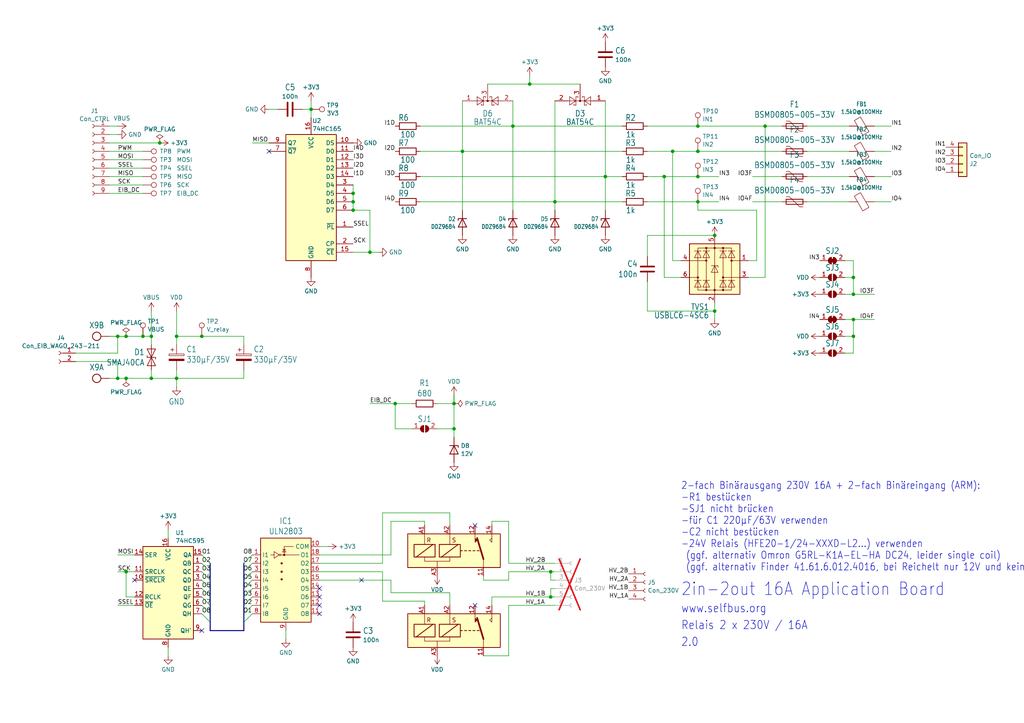
<source format=kicad_sch>
(kicad_sch (version 20231120) (generator "eeschema") (generator_version "8.0")
  (paper "User" 309.347 218.491)
  (junction (at 106.68 60.96))
  (junction (at 257.81 88.9))
  (junction (at 48.26 43.18))
  (junction (at 210.82 38.1))
  (junction (at 210.82 60.96))
  (junction (at 111.76 76.2))
  (junction (at 166.37 180.34))
  (junction (at 119.38 121.92))
  (junction (at 35.56 101.6))
  (junction (at 106.68 58.42))
  (junction (at 45.72 101.6))
  (junction (at 38.1 101.6))
  (junction (at 38.1 172.72))
  (junction (at 257.81 101.6))
  (junction (at 200.66 53.34))
  (junction (at 45.72 114.3))
  (junction (at 210.82 53.34))
  (junction (at 166.37 172.72))
  (junction (at 53.34 101.6))
  (junction (at 137.16 121.92))
  (junction (at 139.7 45.72))
  (junction (at 160.02 25.4))
  (junction (at 203.2 45.72))
  (junction (at 93.98 33.02))
  (junction (at 43.18 101.6))
  (junction (at 231.14 38.1))
  (junction (at 210.82 45.72))
  (junction (at 257.81 96.52))
  (junction (at 35.56 114.3))
  (junction (at 106.68 63.5))
  (junction (at 60.96 101.6))
  (junction (at 167.64 60.96))
  (junction (at 257.81 83.82))
  (junction (at 215.9 71.12))
  (junction (at 137.16 129.54))
  (junction (at 38.1 114.3))
  (junction (at 154.94 38.1))
  (junction (at 215.9 93.98))
  (junction (at 182.88 53.34))
  (junction (at 53.34 114.3))
  (no_connect (at 81.28 45.72))
  (no_connect (at 96.52 185.42))
  (no_connect (at 143.51 182.88))
  (no_connect (at 96.52 180.34))
  (no_connect (at 96.52 182.88))
  (no_connect (at 40.64 175.26))
  (no_connect (at 143.51 158.75))
  (no_connect (at 109.22 175.26))
  (no_connect (at 60.96 190.5))
  (no_connect (at 96.52 177.8))
  (bus_entry (at 73.66 175.26) (size 2.54 -2.54))
  (bus_entry (at 60.96 175.26) (size 2.54 2.54))
  (bus_entry (at 60.96 182.88) (size 2.54 2.54))
  (bus_entry (at 60.96 177.8) (size 2.54 2.54))
  (bus_entry (at 73.66 187.96) (size 2.54 -2.54))
  (bus_entry (at 73.66 185.42) (size 2.54 -2.54))
  (bus_entry (at 60.96 172.72) (size 2.54 2.54))
  (bus_entry (at 60.96 180.34) (size 2.54 2.54))
  (bus_entry (at 60.96 170.18) (size 2.54 2.54))
  (bus_entry (at 60.96 185.42) (size 2.54 2.54))
  (bus_entry (at 73.66 170.18) (size 2.54 -2.54))
  (bus_entry (at 73.66 182.88) (size 2.54 -2.54))
  (bus_entry (at 73.66 180.34) (size 2.54 -2.54))
  (bus_entry (at 60.96 167.64) (size 2.54 2.54))
  (bus_entry (at 73.66 172.72) (size 2.54 -2.54))
  (bus_entry (at 73.66 177.8) (size 2.54 -2.54))
  (wire (pts (xy 146.05 198.12) (xy 153.67 198.12)))
  (wire (pts (xy 167.64 30.48) (xy 167.64 60.96)) (stroke (width 0.1524)))
  (wire (pts (xy 257.81 78.74) (xy 257.81 83.82)))
  (wire (pts (xy 210.82 53.34) (xy 217.17 53.34)) (stroke (width 0.1524)))
  (wire (pts (xy 119.38 129.54) (xy 124.46 129.54)))
  (bus (pts (xy 73.66 185.42) (xy 73.66 182.88)))
  (wire (pts (xy 154.94 30.48) (xy 154.94 38.1)))
  (bus (pts (xy 63.5 175.26) (xy 63.5 177.8)))
  (wire (pts (xy 139.7 45.72) (xy 139.7 63.5)) (stroke (width 0.1524)))
  (wire (pts (xy 33.02 38.1) (xy 35.56 38.1)))
  (wire (pts (xy 33.02 53.34) (xy 43.18 53.34)))
  (wire (pts (xy 35.56 167.64) (xy 40.64 167.64)))
  (wire (pts (xy 166.37 172.72) (xy 166.37 175.26)))
  (wire (pts (xy 45.72 111.76) (xy 45.72 114.3)) (stroke (width 0.1524)))
  (wire (pts (xy 33.02 50.8) (xy 43.18 50.8)))
  (wire (pts (xy 160.02 25.4) (xy 147.32 25.4)) (stroke (width 0.1524)))
  (wire (pts (xy 243.84 60.96) (xy 256.54 60.96)) (stroke (width 0.1524)))
  (wire (pts (xy 182.88 53.34) (xy 127 53.34)) (stroke (width 0.1524)))
  (wire (pts (xy 53.34 101.6) (xy 60.96 101.6)) (stroke (width 0.1524)))
  (wire (pts (xy 154.94 38.1) (xy 187.96 38.1)) (stroke (width 0.1524)))
  (wire (pts (xy 257.81 88.9) (xy 264.16 88.9)))
  (wire (pts (xy 86.36 193.04) (xy 86.36 190.5)))
  (wire (pts (xy 269.24 60.96) (xy 264.16 60.96)) (stroke (width 0.1524)))
  (wire (pts (xy 255.27 78.74) (xy 257.81 78.74)))
  (wire (pts (xy 195.58 38.1) (xy 210.82 38.1)) (stroke (width 0.1524)))
  (wire (pts (xy 50.8 198.12) (xy 50.8 195.58)))
  (wire (pts (xy 148.59 158.75) (xy 148.59 157.48)))
  (bus (pts (xy 63.5 180.34) (xy 63.5 182.88)))
  (wire (pts (xy 243.84 45.72) (xy 256.54 45.72)) (stroke (width 0.1524)))
  (bus (pts (xy 73.66 187.96) (xy 73.66 190.5)))
  (wire (pts (xy 33.02 101.6) (xy 35.56 101.6)) (stroke (width 0.1524)))
  (wire (pts (xy 167.64 63.5) (xy 167.64 60.96)) (stroke (width 0.1524)))
  (wire (pts (xy 81.28 33.02) (xy 83.82 33.02)))
  (bus (pts (xy 63.5 187.96) (xy 63.5 190.5)))
  (wire (pts (xy 166.37 177.8) (xy 166.37 180.34)))
  (wire (pts (xy 106.68 63.5) (xy 111.76 63.5)))
  (wire (pts (xy 257.81 106.68) (xy 255.27 106.68)))
  (wire (pts (xy 45.72 114.3) (xy 53.34 114.3)) (stroke (width 0.1524)))
  (wire (pts (xy 146.05 175.26) (xy 146.05 173.99)))
  (wire (pts (xy 38.1 180.34) (xy 40.64 180.34)))
  (wire (pts (xy 35.56 109.22) (xy 35.56 114.3)))
  (wire (pts (xy 128.27 181.61) (xy 128.27 182.88)))
  (wire (pts (xy 153.67 172.72) (xy 153.67 175.26)))
  (wire (pts (xy 210.82 38.1) (xy 231.14 38.1)) (stroke (width 0.1524)))
  (wire (pts (xy 33.02 48.26) (xy 43.18 48.26)))
  (wire (pts (xy 60.96 101.6) (xy 73.66 101.6)) (stroke (width 0.1524)))
  (bus (pts (xy 63.5 177.8) (xy 63.5 180.34)))
  (bus (pts (xy 73.66 182.88) (xy 73.66 180.34)))
  (wire (pts (xy 154.94 38.1) (xy 154.94 63.5)))
  (wire (pts (xy 148.59 180.34) (xy 166.37 180.34)))
  (wire (pts (xy 53.34 101.6) (xy 53.34 104.14)) (stroke (width 0.1524)))
  (wire (pts (xy 195.58 60.96) (xy 210.82 60.96)) (stroke (width 0.1524)))
  (wire (pts (xy 137.16 129.54) (xy 137.16 132.08)) (stroke (width 0.1524)))
  (wire (pts (xy 115.57 172.72) (xy 115.57 181.61)))
  (wire (pts (xy 255.27 101.6) (xy 257.81 101.6)))
  (wire (pts (xy 257.81 83.82) (xy 257.81 88.9)))
  (wire (pts (xy 128.27 157.48) (xy 128.27 158.75)))
  (wire (pts (xy 135.89 179.07) (xy 118.11 179.07)))
  (wire (pts (xy 226.06 83.82) (xy 231.14 83.82)))
  (wire (pts (xy 135.89 158.75) (xy 135.89 154.94)))
  (wire (pts (xy 243.84 53.34) (xy 256.54 53.34)) (stroke (width 0.1524)))
  (wire (pts (xy 198.12 53.34) (xy 195.58 53.34)))
  (wire (pts (xy 195.58 71.12) (xy 195.58 77.47)))
  (bus (pts (xy 73.66 172.72) (xy 73.66 175.26)))
  (wire (pts (xy 148.59 157.48) (xy 153.67 157.48)))
  (wire (pts (xy 243.84 38.1) (xy 256.54 38.1)) (stroke (width 0.1524)))
  (wire (pts (xy 35.56 106.68) (xy 22.86 106.68)))
  (wire (pts (xy 215.9 96.52) (xy 215.9 93.98)))
  (wire (pts (xy 182.88 53.34) (xy 182.88 63.5)) (stroke (width 0.1524)))
  (wire (pts (xy 228.6 63.5) (xy 210.82 63.5)) (stroke (width 0.1524)))
  (wire (pts (xy 35.56 182.88) (xy 40.64 182.88)))
  (wire (pts (xy 175.26 25.4) (xy 160.02 25.4)) (stroke (width 0.1524)))
  (wire (pts (xy 139.7 45.72) (xy 187.96 45.72)) (stroke (width 0.1524)))
  (wire (pts (xy 38.1 114.3) (xy 45.72 114.3)) (stroke (width 0.1524)))
  (wire (pts (xy 114.3 76.2) (xy 111.76 76.2)))
  (wire (pts (xy 137.16 121.92) (xy 137.16 129.54)) (stroke (width 0.1524)))
  (wire (pts (xy 257.81 101.6) (xy 257.81 106.68)))
  (wire (pts (xy 166.37 172.72) (xy 167.64 172.72)))
  (wire (pts (xy 50.8 160.02) (xy 50.8 162.56)))
  (wire (pts (xy 200.66 83.82) (xy 205.74 83.82)) (stroke (width 0.1524)))
  (wire (pts (xy 22.86 109.22) (xy 35.56 109.22)))
  (wire (pts (xy 45.72 101.6) (xy 43.18 101.6)) (stroke (width 0.1524)))
  (wire (pts (xy 187.96 60.96) (xy 167.64 60.96)) (stroke (width 0.1524)))
  (wire (pts (xy 33.02 114.3) (xy 35.56 114.3)) (stroke (width 0.1524)))
  (wire (pts (xy 33.02 45.72) (xy 43.18 45.72)))
  (wire (pts (xy 166.37 175.26) (xy 167.64 175.26)))
  (wire (pts (xy 38.1 172.72) (xy 38.1 180.34)))
  (wire (pts (xy 200.66 53.34) (xy 210.82 53.34)) (stroke (width 0.1524)))
  (wire (pts (xy 167.64 177.8) (xy 166.37 177.8)))
  (wire (pts (xy 96.52 167.64) (xy 118.11 167.64)))
  (wire (pts (xy 200.66 53.34) (xy 200.66 83.82)) (stroke (width 0.1524)))
  (wire (pts (xy 135.89 182.88) (xy 135.89 179.07)))
  (wire (pts (xy 264.16 38.1) (xy 269.24 38.1)) (stroke (width 0.1524)))
  (wire (pts (xy 111.76 63.5) (xy 111.76 76.2)))
  (wire (pts (xy 93.98 30.48) (xy 93.98 33.02)))
  (wire (pts (xy 127 45.72) (xy 139.7 45.72)) (stroke (width 0.1524)))
  (wire (pts (xy 33.02 43.18) (xy 48.26 43.18)))
  (wire (pts (xy 91.44 33.02) (xy 93.98 33.02)))
  (wire (pts (xy 35.56 101.6) (xy 38.1 101.6)) (stroke (width 0.1524)))
  (wire (pts (xy 264.16 45.72) (xy 269.24 45.72)) (stroke (width 0.1524)))
  (wire (pts (xy 106.68 58.42) (xy 106.68 60.96)))
  (wire (pts (xy 115.57 170.18) (xy 96.52 170.18)))
  (wire (pts (xy 231.14 38.1) (xy 231.14 83.82)))
  (wire (pts (xy 210.82 63.5) (xy 210.82 60.96)) (stroke (width 0.1524)))
  (wire (pts (xy 257.81 96.52) (xy 257.81 101.6)))
  (wire (pts (xy 35.56 40.64) (xy 33.02 40.64)))
  (wire (pts (xy 203.2 45.72) (xy 203.2 78.74)) (stroke (width 0.1524)))
  (wire (pts (xy 264.16 96.52) (xy 257.81 96.52)))
  (wire (pts (xy 118.11 179.07) (xy 118.11 175.26)))
  (wire (pts (xy 53.34 111.76) (xy 53.34 114.3)) (stroke (width 0.1524)))
  (wire (pts (xy 210.82 45.72) (xy 236.22 45.72)) (stroke (width 0.1524)))
  (wire (pts (xy 76.2 43.18) (xy 81.28 43.18)))
  (wire (pts (xy 35.56 172.72) (xy 38.1 172.72)))
  (wire (pts (xy 73.66 114.3) (xy 73.66 111.76)) (stroke (width 0.1524)))
  (wire (pts (xy 127 60.96) (xy 167.64 60.96)) (stroke (width 0.1524)))
  (wire (pts (xy 115.57 181.61) (xy 128.27 181.61)))
  (bus (pts (xy 63.5 190.5) (xy 73.66 190.5)))
  (bus (pts (xy 63.5 185.42) (xy 63.5 187.96)))
  (wire (pts (xy 215.9 93.98) (xy 215.9 91.44)))
  (bus (pts (xy 73.66 175.26) (xy 73.66 177.8)))
  (wire (pts (xy 35.56 101.6) (xy 35.56 106.68)))
  (bus (pts (xy 63.5 170.18) (xy 63.5 172.72)))
  (wire (pts (xy 35.56 101.6) (xy 38.1 101.6)))
  (wire (pts (xy 227.33 60.96) (xy 236.22 60.96)))
  (wire (pts (xy 195.58 85.09) (xy 195.58 93.98)))
  (wire (pts (xy 73.66 101.6) (xy 73.66 104.14)) (stroke (width 0.1524)))
  (wire (pts (xy 195.58 45.72) (xy 203.2 45.72)) (stroke (width 0.1524)))
  (wire (pts (xy 40.64 172.72) (xy 38.1 172.72)))
  (wire (pts (xy 33.02 55.88) (xy 43.18 55.88)))
  (bus (pts (xy 73.66 170.18) (xy 73.66 172.72)))
  (wire (pts (xy 127 38.1) (xy 154.94 38.1)) (stroke (width 0.1524)))
  (wire (pts (xy 45.72 101.6) (xy 45.72 93.98)) (stroke (width 0.1524)))
  (wire (pts (xy 33.02 101.6) (xy 35.56 101.6)))
  (wire (pts (xy 146.05 175.26) (xy 153.67 175.26)))
  (wire (pts (xy 111.76 121.92) (xy 119.38 121.92)) (stroke (width 0.1524)))
  (wire (pts (xy 106.68 55.88) (xy 106.68 58.42)))
  (wire (pts (xy 255.27 83.82) (xy 257.81 83.82)))
  (wire (pts (xy 153.67 170.18) (xy 167.64 170.18)))
  (wire (pts (xy 45.72 104.14) (xy 45.72 101.6)) (stroke (width 0.1524)))
  (bus (pts (xy 73.66 177.8) (xy 73.66 180.34)))
  (wire (pts (xy 43.18 101.6) (xy 38.1 101.6)) (stroke (width 0.1524)))
  (wire (pts (xy 264.16 53.34) (xy 269.24 53.34)) (stroke (width 0.1524)))
  (wire (pts (xy 257.81 88.9) (xy 255.27 88.9)))
  (wire (pts (xy 96.52 175.26) (xy 118.11 175.26)))
  (wire (pts (xy 203.2 78.74) (xy 205.74 78.74)) (stroke (width 0.1524)))
  (wire (pts (xy 132.08 121.92) (xy 137.16 121.92)))
  (wire (pts (xy 128.27 157.48) (xy 118.11 157.48)))
  (wire (pts (xy 132.08 129.54) (xy 137.16 129.54)) (stroke (width 0.1524)))
  (wire (pts (xy 255.27 96.52) (xy 257.81 96.52)))
  (wire (pts (xy 153.67 157.48) (xy 153.67 170.18)))
  (wire (pts (xy 227.33 53.34) (xy 236.22 53.34)))
  (wire (pts (xy 166.37 180.34) (xy 167.64 180.34)))
  (wire (pts (xy 53.34 93.98) (xy 53.34 101.6)) (stroke (width 0.1524)))
  (wire (pts (xy 53.34 114.3) (xy 53.34 116.84)) (stroke (width 0.1524)))
  (wire (pts (xy 153.67 172.72) (xy 166.37 172.72)))
  (wire (pts (xy 148.59 180.34) (xy 148.59 182.88)))
  (wire (pts (xy 111.76 76.2) (xy 106.68 76.2)))
  (wire (pts (xy 53.34 114.3) (xy 73.66 114.3)) (stroke (width 0.1524)))
  (wire (pts (xy 153.67 182.88) (xy 153.67 198.12)))
  (wire (pts (xy 160.02 22.86) (xy 160.02 25.4)) (stroke (width 0.1524)))
  (wire (pts (xy 228.6 78.74) (xy 228.6 63.5)) (stroke (width 0.1524)))
  (wire (pts (xy 135.89 154.94) (xy 115.57 154.94)))
  (wire (pts (xy 182.88 30.48) (xy 182.88 53.34)) (stroke (width 0.1524)))
  (wire (pts (xy 119.38 121.92) (xy 119.38 129.54)) (stroke (width 0.1524)))
  (wire (pts (xy 187.96 53.34) (xy 182.88 53.34)) (stroke (width 0.1524)))
  (wire (pts (xy 119.38 121.92) (xy 124.46 121.92)))
  (wire (pts (xy 153.67 182.88) (xy 167.64 182.88)))
  (bus (pts (xy 63.5 172.72) (xy 63.5 175.26)))
  (wire (pts (xy 215.9 71.12) (xy 195.58 71.12)))
  (wire (pts (xy 35.56 114.3) (xy 38.1 114.3)) (stroke (width 0.1524)))
  (wire (pts (xy 139.7 30.48) (xy 139.7 45.72)) (stroke (width 0.1524)))
  (wire (pts (xy 231.14 38.1) (xy 236.22 38.1)) (stroke (width 0.1524)))
  (wire (pts (xy 96.52 172.72) (xy 115.57 172.72)))
  (wire (pts (xy 118.11 157.48) (xy 118.11 167.64)))
  (wire (pts (xy 115.57 154.94) (xy 115.57 170.18)))
  (wire (pts (xy 228.6 78.74) (xy 226.06 78.74)) (stroke (width 0.1524)))
  (wire (pts (xy 96.52 165.1) (xy 99.06 165.1)))
  (wire (pts (xy 210.82 60.96) (xy 217.17 60.96)) (stroke (width 0.1524)))
  (bus (pts (xy 73.66 187.96) (xy 73.66 185.42)))
  (wire (pts (xy 106.68 60.96) (xy 106.68 63.5)))
  (wire (pts (xy 93.98 33.02) (xy 93.98 35.56)))
  (wire (pts (xy 215.9 93.98) (xy 195.58 93.98)))
  (wire (pts (xy 198.12 53.34) (xy 200.66 53.34)) (stroke (width 0.1524)))
  (wire (pts (xy 137.16 119.38) (xy 137.16 121.92)))
  (wire (pts (xy 137.16 119.38) (xy 137.16 121.92)) (stroke (width 0.1524)))
  (bus (pts (xy 63.5 182.88) (xy 63.5 185.42)))
  (wire (pts (xy 33.02 58.42) (xy 43.18 58.42)))
  (wire (pts (xy 203.2 45.72) (xy 210.82 45.72)) (stroke (width 0.1524)))
  (text "www.selfbus.org" (at 205.74 185.42 0) (effects (font (size 2.54 2.159)) (justify left bottom)))
  (text "2in-2out 16A Application Board" (at 205.74 180.34 0) (effects (font (size 3.81 3.2385)) (justify left bottom)))
  (text "2.0" (at 205.74 195.58 0) (effects (font (size 2.54 2.159)) (justify left bottom)))
  (text "2-fach Binärausgang 230V 16A + 2-fach Binäreingang (ARM):\n-R1 bestücken\n-SJ1 nicht brücken\n-für C1 220µF/63V verwenden\n-C2 nicht bestücken\n-24V Relais (HFE20-1/24-XXXD-L2...) verwenden\n (ggf. alternativ Omron G5RL-K1A-EL-HA DC24, leider single coil)\n (ggf. alternativ Finder 41.61.6.012.4016, bei Reichelt nur 12V und kein high inrush)" (at 205.74 172.72 0) (effects (font (size 2.1844 1.8567)) (justify left bottom)))
  (text "Relais 2 x 230V / 16A" (at 205.74 190.5 0) (effects (font (size 2.54 2.159)) (justify left bottom)))
  (label "HV_2B" (at 158.75 170.18 0))
  (label "O5" (at 60.96 177.8 0))
  (label "SCK" (at 35.56 172.72 0))
  (label "HV_2B" (at 189.865 173.355 180))
  (label "I2D" (at 119.38 45.72 180))
  (label "IN4" (at 217.17 60.96 0))
  (label "O8" (at 76.2 167.64 180))
  (label "O4" (at 60.96 175.26 0))
  (label "O7" (at 76.2 170.18 180))
  (label "IO4F" (at 264.16 96.52 180))
  (label "I1D" (at 119.38 38.1 180))
  (label "EIB_DC" (at 111.76 121.92 0) (effects (font (size 1.2446 1.2446))))
  (label "IO4" (at 269.24 60.96 0) (effects (font (size 1.2446 1.2446))))
  (label "O8" (at 60.96 185.42 0))
  (label "O7" (at 60.96 182.88 0))
  (label "IO3" (at 269.24 53.34 0) (effects (font (size 1.2446 1.2446))))
  (label "O6" (at 76.2 172.72 180))
  (label "MOSI" (at 35.56 48.26 0))
  (label "SSEL" (at 35.56 182.88 0))
  (label "IO3F" (at 264.16 88.9 180))
  (label "MOSI" (at 35.56 167.64 0))
  (label "HV_2A" (at 158.75 172.72 0))
  (label "SSEL" (at 35.56 50.8 0))
  (label "SSEL" (at 106.68 68.58 0))
  (label "IN3" (at 217.17 53.34 0))
  (label "O1" (at 76.2 185.42 180))
  (label "O2" (at 76.2 182.88 180))
  (label "I3D" (at 106.68 48.26 0))
  (label "I4D" (at 106.68 45.72 0))
  (label "SCK" (at 106.68 73.66 0))
  (label "O2" (at 60.96 170.18 0))
  (label "MISO" (at 76.2 43.18 0))
  (label "IN4" (at 247.65 96.52 180) (effects (font (size 1.2446 1.2446))))
  (label "IN2" (at 285.75 46.99 180) (effects (font (size 1.2446 1.2446))))
  (label "O4" (at 76.2 177.8 180))
  (label "IO3F" (at 227.33 53.34 180))
  (label "HV_1A" (at 189.865 180.975 180))
  (label "O3" (at 76.2 180.34 180))
  (label "I4D" (at 119.38 60.96 180))
  (label "MISO" (at 35.56 53.34 0))
  (label "HV_1B" (at 158.75 180.34 0))
  (label "O6" (at 60.96 180.34 0))
  (label "IN2" (at 269.24 45.72 0) (effects (font (size 1.2446 1.2446))))
  (label "IN3" (at 247.65 78.74 180) (effects (font (size 1.2446 1.2446))))
  (label "O5" (at 76.2 175.26 180))
  (label "IO3" (at 285.75 49.53 180) (effects (font (size 1.2446 1.2446))))
  (label "HV_1A" (at 158.75 182.88 0))
  (label "HV_1B" (at 189.865 178.435 180))
  (label "HV_2A" (at 189.865 175.895 180))
  (label "O3" (at 60.96 172.72 0))
  (label "IN1" (at 285.75 44.45 180) (effects (font (size 1.2446 1.2446))))
  (label "IO4" (at 285.75 52.07 180) (effects (font (size 1.2446 1.2446))))
  (label "I1D" (at 106.68 53.34 0))
  (label "I3D" (at 119.38 53.34 180))
  (label "PWM" (at 35.56 45.72 0))
  (label "IN1" (at 269.24 38.1 0) (effects (font (size 1.2446 1.2446))))
  (label "EIB_DC" (at 35.56 58.42 0))
  (label "SCK" (at 35.56 55.88 0))
  (label "O1" (at 60.96 167.64 0))
  (label "IO4F" (at 227.33 60.96 180))
  (label "I2D" (at 106.68 50.8 0))
  (symbol (lib_id "Jumper:SolderJumper_2_Bridged") (at 251.46 96.52 0) (unit 1)
    (property "Reference" "SJ5" (at 251.46 93.5608 0) (effects (font (size 1.778 1.5113))))
    (property "Value" "IN4_INPUT" (effects (hide yes)))
    (property "Footprint" "Jumper:SolderJumper-2_P1.3mm_Open_Pad1.0x1.5mm" (effects (hide yes)))
  )
  (symbol (lib_id "Connector:TestPoint") (at 43.18 53.34 270) (unit 1)
    (property "Reference" "TP5" (at 48.26 53.34 90) (effects (justify left)))
    (property "Value" "MISO" (at 53.34 53.34 90) (effects (justify left)))
    (property "Footprint" "TestPoint:TestPoint_Pad_D1.5mm" (effects (hide yes)))
  )
  (symbol (lib_id "power:PWR_FLAG") (at 38.1 114.3 180) (unit 1)
    (property "Reference" "#FLG03" (effects (hide yes)))
    (property "Value" "PWR_FLAG" (at 38.1 118.4331 0))
  )
  (symbol (lib_id "Device:R") (at 191.77 60.96 270) (mirror x) (unit 1)
    (property "Reference" "R5" (at 190.5 58.42 90) (effects (font (size 1.778 1.5113))))
    (property "Value" "1k" (at 190.5 63.5 90) (effects (font (size 1.778 1.5113))))
    (property "Footprint" "Resistor_SMD:R_0805_2012Metric" (effects (hide yes)))
  )
  (symbol (lib_id "power:+3V3") (at 48.26 43.18 270) (unit 1)
    (property "Reference" "#PWR08" (effects (hide yes)))
    (property "Value" "+3V3" (at 51.435 43.18 90) (effects (justify left)))
  )
  (symbol (lib_id "Device:D_Zener") (at 182.88 67.31 90) (mirror x) (unit 1)
    (property "Reference" "D7" (at 180.848 66.1397 90) (effects (font (size 1.27 1.0795)) (justify left)))
    (property "Value" "DDZ9684" (at 180.848 68.4802 90) (effects (font (size 1.27 1.0795)) (justify left)))
    (property "Footprint" "Diode_SMD:D_SOD-123" (effects (hide yes)))
  )
  (symbol (lib_id "power:+3V3") (at 106.68 187.96 0) (unit 1)
    (property "Reference" "#PWR011" (effects (hide yes)))
    (property "Value" "+3V3" (at 106.68 183.8269 0))
  )
  (symbol (lib_id "power:GND") (at 139.7 71.12 0) (mirror y) (unit 1)
    (property "Reference" "#PWR016" (effects (hide yes)))
    (property "Value" "GND" (at 139.7 75.2531 0))
  )
  (symbol (lib_id "power:GND") (at 114.3 76.2 90) (unit 1)
    (property "Reference" "#PWR020" (effects (hide yes)))
    (property "Value" "GND" (at 117.475 76.2 90) (effects (justify right)))
  )
  (symbol (lib_id "Connector:TestPoint") (at 210.82 45.72 0) (unit 1)
    (property "Reference" "TP11" (at 212.217 41.2059 0) (effects (justify left)))
    (property "Value" "IN2" (at 212.217 43.6301 0) (effects (justify left)))
    (property "Footprint" "TestPoint:TestPoint_Pad_D1.0mm" (effects (hide yes)))
  )
  (symbol (lib_id "power:+3V3") (at 99.06 165.1 270) (unit 1)
    (property "Reference" "#PWR02" (effects (hide yes)))
    (property "Value" "+3V3" (at 102.235 165.1 90) (effects (justify left)))
  )
  (symbol (lib_id "Device:R") (at 128.27 121.92 90) (unit 1)
    (property "Reference" "R1" (at 128.27 115.7094 90) (effects (font (size 1.778 1.5113))))
    (property "Value" "680" (at 128.27 118.8338 90) (effects (font (size 1.778 1.5113))))
    (property "Footprint" "Resistor_SMD:R_1206_3216Metric" (effects (hide yes)))
  )
  (symbol (lib_id "power:GND") (at 81.28 33.02 270) (unit 1)
    (property "Reference" "#PWR022" (effects (hide yes)))
    (property "Value" "GND" (at 78.1051 33.02 90) (effects (justify right)))
  )
  (symbol (lib_id "power:GND") (at 50.8 198.12 0) (unit 1)
    (property "Reference" "#PWR01" (effects (hide yes)))
    (property "Value" "GND" (at 50.8 202.2531 0))
  )
  (symbol (lib_id "power:PWR_FLAG") (at 137.16 121.92 270) (unit 1)
    (property "Reference" "#FLG04" (effects (hide yes)))
    (property "Value" "PWR_FLAG" (at 140.335 121.92 90) (effects (justify left)))
  )
  (symbol (lib_id "power:VDD") (at 137.16 119.38 0) (unit 1)
    (property "Reference" "#PWR010" (effects (hide yes)))
    (property "Value" "VDD" (at 137.16 115.2469 0))
  )
  (symbol (lib_id "power:+3V3") (at 93.98 30.48 0) (unit 1)
    (property "Reference" "#PWR021" (effects (hide yes)))
    (property "Value" "+3V3" (at 93.98 26.3469 0))
  )
  (symbol (lib_id "Connector:TestPoint") (at 210.82 38.1 0) (unit 1)
    (property "Reference" "TP10" (at 212.217 33.5859 0) (effects (justify left)))
    (property "Value" "IN1" (at 212.217 36.0101 0) (effects (justify left)))
    (property "Footprint" "TestPoint:TestPoint_Pad_D1.0mm" (effects (hide yes)))
  )
  (symbol (lib_id "Device:D_Zener") (at 137.16 135.89 270) (unit 1)
    (property "Reference" "D8" (at 139.192 134.6779 90) (effects (justify left)))
    (property "Value" "12V" (at 139.192 137.1021 90) (effects (justify left)))
    (property "Footprint" "Diode_SMD:D_MiniMELF" (effects (hide yes)))
  )
  (symbol (lib_id "Device:R") (at 123.19 60.96 90) (mirror x) (unit 1)
    (property "Reference" "R9" (at 121.92 58.42 90) (effects (font (size 1.778 1.5113))))
    (property "Value" "100" (at 123.19 63.5 90) (effects (font (size 1.778 1.5113))))
    (property "Footprint" "Resistor_SMD:R_0805_2012Metric" (effects (hide yes)))
  )
  (symbol (lib_id "Connector:TestPoint") (at 43.18 55.88 270) (unit 1)
    (property "Reference" "TP6" (at 48.26 55.88 90) (effects (justify left)))
    (property "Value" "SCK" (at 53.34 55.88 90) (effects (justify left)))
    (property "Footprint" "TestPoint:TestPoint_Pad_D1.5mm" (effects (hide yes)))
  )
  (symbol (lib_id "Device:Polyfuse") (at 240.03 53.34 90) (mirror x) (unit 1)
    (property "Reference" "F3" (at 240.03 46.7484 90) (effects (font (size 1.778 1.5113))))
    (property "Value" "BSMD0805-005-33V" (at 240.03 49.8728 90) (effects (font (size 1.778 1.5113))))
    (property "Footprint" "Fuse:Fuse_0805_2012Metric" (effects (hide yes)))
  )
  (symbol (lib_id "Device:R") (at 123.19 38.1 270) (mirror x) (unit 1)
    (property "Reference" "R6" (at 121.92 35.56 90) (effects (font (size 1.778 1.5113))))
    (property "Value" "100" (at 123.19 40.64 90) (effects (font (size 1.778 1.5113))))
    (property "Footprint" "Resistor_SMD:R_0805_2012Metric" (effects (hide yes)))
  )
  (symbol (lib_id "Device:Polyfuse") (at 240.03 38.1 90) (mirror x) (unit 1)
    (property "Reference" "F1" (at 240.03 31.5084 90) (effects (font (size 1.778 1.5113))))
    (property "Value" "BSMD0805-005-33V" (at 240.03 34.6328 90) (effects (font (size 1.778 1.5113))))
    (property "Footprint" "Fuse:Fuse_0805_2012Metric" (effects (hide yes)))
  )
  (symbol (lib_id "Diode:BAT54C") (at 147.32 30.48 0) (mirror x) (unit 1)
    (property "Reference" "D6" (at 147.32 34.29 0) (effects (font (size 1.778 1.5113))))
    (property "Value" "BAT54C" (at 147.32 36.83 0) (effects (font (size 1.778 1.5113))))
    (property "Footprint" "Package_TO_SOT_SMD:SOT-23" (effects (hide yes)))
    (property "Datasheet" "http://www.diodes.com/_files/datasheets/ds11005.pdf" (effects (hide yes)))
  )
  (symbol (lib_id "Device:D_Zener") (at 139.7 67.31 90) (mirror x) (unit 1)
    (property "Reference" "D2" (at 137.668 66.1397 90) (effects (font (size 1.27 1.0795)) (justify left)))
    (property "Value" "DDZ9684" (at 137.668 68.4802 90) (effects (font (size 1.27 1.0795)) (justify left)))
    (property "Footprint" "Diode_SMD:D_SOD-123" (effects (hide yes)))
  )
  (symbol (lib_id "74xx:74HC165") (at 93.98 58.42 0) (mirror y) (unit 1)
    (property "Reference" "U2" (at 94.3259 36.4957 0) (effects (justify right)))
    (property "Value" "74HC165" (at 94.3259 38.9199 0) (effects (justify right)))
    (property "Footprint" "Package_SO:SO-16_3.9x9.9mm_P1.27mm" (effects (hide yes)))
    (property "Datasheet" "https://assets.nexperia.com/documents/data-sheet/74HC_HCT165.pdf" (effects (hide yes)))
  )
  (symbol (lib_id "Device:C") (at 195.58 81.28 0) (mirror x) (unit 1)
    (property "Reference" "C4" (at 192.659 79.7178 0) (effects (font (size 1.778 1.5113)) (justify right)))
    (property "Value" "100n" (at 192.659 82.8422 0) (effects (font (size 1.778 1.5113)) (justify right)))
    (property "Footprint" "Capacitor_SMD:C_0805_2012Metric" (effects (hide yes)))
  )
  (symbol (lib_id "Device:FerriteBead") (at 260.35 53.34 90) (mirror x) (unit 1)
    (property "Reference" "FB3" (at 260.2992 46.6796 90) (effects (font (size 1.27 1.0795))))
    (property "Value" "1.5kΩ@100MHz" (at 260.2992 49.0201 90) (effects (font (size 1.27 1.0795))))
    (property "Footprint" "Inductor_SMD:L_0805_2012Metric" (effects (hide yes)))
  )
  (symbol (lib_id "power:GND") (at 215.9 96.52 0) (mirror y) (unit 1)
    (property "Reference" "#PWR012" (effects (hide yes)))
    (property "Value" "GND" (at 215.9 100.6531 0))
  )
  (symbol (lib_id "power:+3V3") (at 247.65 88.9 90) (unit 1)
    (property "Reference" "#PWR026" (effects (hide yes)))
    (property "Value" "+3V3" (at 244.475 88.9 90) (effects (justify left)))
  )
  (symbol (lib_id "power:GND") (at 182.88 71.12 0) (mirror y) (unit 1)
    (property "Reference" "#PWR013" (effects (hide yes)))
    (property "Value" "GND" (at 182.88 75.2531 0))
  )
  (symbol (lib_id "Transistor_Array:ULN2803A") (at 86.36 172.72 0) (unit 1)
    (property "Reference" "IC1" (at 86.36 157.3654 0) (effects (font (size 1.778 1.5113))))
    (property "Value" "ULN2803" (at 86.36 160.4898 0) (effects (font (size 1.778 1.5113))))
    (property "Footprint" "Package_SO:SOIC-18W_7.5x11.6mm_P1.27mm" (effects (hide yes)))
    (property "Datasheet" "http://www.ti.com/lit/ds/symlink/uln2803a.pdf" (effects (hide yes)))
  )
  (symbol (lib_id "Device:FerriteBead") (at 260.35 45.72 90) (mirror x) (unit 1)
    (property "Reference" "FB2" (at 260.2992 39.0596 90) (effects (font (size 1.27 1.0795))))
    (property "Value" "1.5kΩ@100MHz" (at 260.2992 41.4001 90) (effects (font (size 1.27 1.0795))))
    (property "Footprint" "Inductor_SMD:L_0805_2012Metric" (effects (hide yes)))
  )
  (symbol (lib_id "Jumper:SolderJumper_2_Open") (at 251.46 83.82 0) (unit 1)
    (property "Reference" "SJ3" (at 251.46 80.8608 0) (effects (font (size 1.778 1.5113))))
    (property "Value" "IN3_VDD" (effects (hide yes)))
    (property "Footprint" "Jumper:SolderJumper-2_P1.3mm_Open_Pad1.0x1.5mm" (effects (hide yes)))
  )
  (symbol (lib_id "Connector:TestPoint") (at 43.18 50.8 270) (unit 1)
    (property "Reference" "TP4" (at 48.26 50.8 90) (effects (justify left)))
    (property "Value" "SSEL" (at 53.34 50.8 90) (effects (justify left)))
    (property "Footprint" "TestPoint:TestPoint_Pad_D1.5mm" (effects (hide yes)))
  )
  (symbol (lib_id "power:+3V3") (at 247.65 106.68 90) (unit 1)
    (property "Reference" "#PWR028" (effects (hide yes)))
    (property "Value" "+3V3" (at 244.475 106.68 90) (effects (justify left)))
  )
  (symbol (lib_id "Power_Protection:USBLC6-4SC6") (at 215.9 81.28 0) (mirror y) (unit 1)
    (property "Reference" "TVS1" (at 214.2489 92.71 0) (effects (font (size 1.778 1.5113)) (justify left)))
    (property "Value" "USBLC6-4SC6" (at 214.2489 95.25 0) (effects (font (size 1.778 1.5113)) (justify left)))
    (property "Footprint" "Package_TO_SOT_SMD:SOT-23-6" (effects (hide yes)))
    (property "Datasheet" "https://www.st.com/resource/en/datasheet/usblc6-4.pdf" (effects (hide yes)))
  )
  (symbol (lib_id "selfbus:W237-102") (at 27.94 101.6 0) (unit 2)
    (property "Reference" "X9" (at 29.21 98.2598 0) (effects (font (size 1.778 1.5113))))
    (property "Value" "W237-102" (effects (hide yes)))
    (property "Footprint" "selfbus:W243-211_1x02_P5.75" (effects (hide yes)))
  )
  (symbol (lib_id "selfbus:W237-102") (at 27.94 114.3 0) (unit 1)
    (property "Reference" "X9" (at 29.21 110.9598 0) (effects (font (size 1.778 1.5113))))
    (property "Value" "W237-102" (effects (hide yes)))
    (property "Footprint" "selfbus:W243-211_1x02_P5.75" (effects (hide yes)))
  )
  (symbol (lib_id "Device:C_Polarized") (at 73.66 107.95 0) (unit 1)
    (property "Reference" "C2" (at 76.581 105.4988 0) (effects (font (size 1.778 1.5113)) (justify left)))
    (property "Value" "330µF/35V" (at 76.581 108.6232 0) (effects (font (size 1.778 1.5113)) (justify left)))
    (property "Footprint" "Capacitor_THT:CP_Radial_D8.0mm_P3.50mm" (effects (hide yes)))
  )
  (symbol (lib_id "power:PWR_FLAG") (at 48.26 43.18 0) (unit 1)
    (property "Reference" "#FLG02" (effects (hide yes)))
    (property "Value" "PWR_FLAG" (at 48.26 39.0469 0))
  )
  (symbol (lib_id "Device:FerriteBead") (at 260.35 38.1 90) (mirror x) (unit 1)
    (property "Reference" "FB1" (at 260.2992 31.4396 90) (effects (font (size 1.27 1.0795))))
    (property "Value" "1.5kΩ@100MHz" (at 260.2992 33.7801 90) (effects (font (size 1.27 1.0795))))
    (property "Footprint" "Inductor_SMD:L_0805_2012Metric" (effects (hide yes)))
  )
  (symbol (lib_id "Jumper:SolderJumper_2_Open") (at 251.46 88.9 0) (unit 1)
    (property "Reference" "SJ4" (at 251.46 85.9408 0) (effects (font (size 1.778 1.5113))))
    (property "Value" "IN3_3V3" (effects (hide yes)))
    (property "Footprint" "Jumper:SolderJumper-2_P1.3mm_Open_Pad1.0x1.5mm" (effects (hide yes)))
  )
  (symbol (lib_id "Device:R") (at 123.19 53.34 270) (mirror x) (unit 1)
    (property "Reference" "R8" (at 121.92 50.8 90) (effects (font (size 1.778 1.5113))))
    (property "Value" "100" (at 123.19 55.88 90) (effects (font (size 1.778 1.5113))))
    (property "Footprint" "Resistor_SMD:R_0805_2012Metric" (effects (hide yes)))
  )
  (symbol (lib_id "power:+3V3") (at 215.9 71.12 0) (mirror y) (unit 1)
    (property "Reference" "#PWR018" (effects (hide yes)))
    (property "Value" "+3V3" (at 215.9 66.9869 0))
  )
  (symbol (lib_id "Device:R") (at 123.19 45.72 270) (mirror x) (unit 1)
    (property "Reference" "R7" (at 121.92 43.18 90) (effects (font (size 1.778 1.5113))))
    (property "Value" "100" (at 123.19 48.26 90) (effects (font (size 1.778 1.5113))))
    (property "Footprint" "Resistor_SMD:R_0805_2012Metric" (effects (hide yes)))
  )
  (symbol (lib_id "Jumper:SolderJumper_2_Bridged") (at 251.46 78.74 0) (unit 1)
    (property "Reference" "SJ2" (at 251.46 75.7808 0) (effects (font (size 1.778 1.5113))))
    (property "Value" "IN3_INPUT" (effects (hide yes)))
    (property "Footprint" "Jumper:SolderJumper-2_P1.3mm_Open_Pad1.0x1.5mm" (effects (hide yes)))
  )
  (symbol (lib_id "power:GND") (at 167.64 71.12 0) (mirror y) (unit 1)
    (property "Reference" "#PWR014" (effects (hide yes)))
    (property "Value" "GND" (at 167.64 75.2531 0))
  )
  (symbol (lib_id "power:PWR_FLAG") (at 38.1 101.6 0) (unit 1)
    (property "Reference" "#FLG01" (effects (hide yes)))
    (property "Value" "PWR_FLAG" (at 38.1 97.4669 0))
  )
  (symbol (lib_id "Connector:Conn_01x04_Socket") (at 194.945 175.895 0) (unit 1)
    (property "Reference" "J5" (at 195.6562 175.9528 0) (effects (justify left)))
    (property "Value" "Con_230V" (at 195.6562 178.3771 0) (effects (justify left)))
    (property "Footprint" "selfbus:TerminalBlock_MetzConnect_Type701_RT11L03HGLU_1x04_P6.35mm_Horizontal" (effects (hide yes)))
    (property "Description" "Generic connector, single row, 01x04, script generated" (effects (hide yes)))
  )
  (symbol (lib_id "power:GND") (at 93.98 83.82 0) (unit 1)
    (property "Reference" "#PWR019" (effects (hide yes)))
    (property "Value" "GND" (at 93.98 87.9531 0))
  )
  (symbol (lib_id "Device:C_Polarized") (at 53.34 107.95 0) (unit 1)
    (property "Reference" "C1" (at 56.261 105.4988 0) (effects (font (size 1.778 1.5113)) (justify left)))
    (property "Value" "330µF/35V" (at 56.261 108.6232 0) (effects (font (size 1.778 1.5113)) (justify left)))
    (property "Footprint" "Capacitor_THT:CP_Radial_D8.0mm_P3.50mm" (effects (hide yes)))
  )
  (symbol (lib_id "Device:D_Zener") (at 167.64 67.31 90) (mirror x) (unit 1)
    (property "Reference" "D5" (at 165.608 66.1397 90) (effects (font (size 1.27 1.0795)) (justify left)))
    (property "Value" "DDZ9684" (at 165.608 68.4802 90) (effects (font (size 1.27 1.0795)) (justify left)))
    (property "Footprint" "Diode_SMD:D_SOD-123" (effects (hide yes)))
  )
  (symbol (lib_id "Jumper:SolderJumper_2_Open") (at 251.46 101.6 0) (unit 1)
    (property "Reference" "SJ6" (at 251.46 98.6408 0) (effects (font (size 1.778 1.5113))))
    (property "Value" "IN4_VDD" (effects (hide yes)))
    (property "Footprint" "Jumper:SolderJumper-2_P1.3mm_Open_Pad1.0x1.5mm" (effects (hide yes)))
  )
  (symbol (lib_id "Jumper:SolderJumper_2_Open") (at 251.46 106.68 0) (unit 1)
    (property "Reference" "SJ7" (at 251.46 103.7208 0) (effects (font (size 1.778 1.5113))))
    (property "Value" "IN4_3V3" (effects (hide yes)))
    (property "Footprint" "Jumper:SolderJumper-2_P1.3mm_Open_Pad1.0x1.5mm" (effects (hide yes)))
  )
  (symbol (lib_id "power:+3V3") (at 50.8 160.02 0) (unit 1)
    (property "Reference" "#PWR09" (effects (hide yes)))
    (property "Value" "+3V3" (at 50.8 155.8869 0))
  )
  (symbol (lib_id "Connector:TestPoint") (at 43.18 58.42 270) (unit 1)
    (property "Reference" "TP7" (at 48.26 58.42 90) (effects (justify left)))
    (property "Value" "EIB_DC" (at 53.34 58.42 90) (effects (justify left)))
    (property "Footprint" "TestPoint:TestPoint_Pad_D1.5mm" (effects (hide yes)))
  )
  (symbol (lib_id "power:GND") (at 106.68 43.18 90) (unit 1)
    (property "Reference" "#PWR023" (effects (hide yes)))
    (property "Value" "GND" (at 109.855 43.18 90) (effects (justify right)))
  )
  (symbol (lib_id "power:+3V3") (at 160.02 22.86 0) (mirror y) (unit 1)
    (property "Reference" "#PWR017" (effects (hide yes)))
    (property "Value" "+3V3" (at 160.02 18.7269 0))
  )
  (symbol (lib_id "Device:C") (at 182.88 16.51 0) (unit 1)
    (property "Reference" "C6" (at 185.801 15.2979 0) (effects (font (size 1.778 1.5113)) (justify left)))
    (property "Value" "100n" (at 185.801 18.0722 0) (effects (justify left)))
    (property "Footprint" "Capacitor_SMD:C_0805_2012Metric" (effects (hide yes)))
  )
  (symbol (lib_id "Connector_Generic:Conn_01x04") (at 290.83 49.53 0) (mirror x) (unit 1)
    (property "Reference" "J2" (at 292.862 49.4721 0) (effects (justify left)))
    (property "Value" "Con_IO" (at 292.862 47.0479 0) (effects (justify left)))
    (property "Footprint" "TerminalBlock_Phoenix:TerminalBlock_Phoenix_PT-1,5-4-3.5-H_1x04_P3.50mm_Horizontal" (effects (hide yes)))
  )
  (symbol (lib_id "selfbus:HFE20-1/24-1HSD-L2") (at 138.43 189.865 0) (unit 1)
    (property "Reference" "K1" (effects (hide yes)))
    (property "Value" "HFE20-1/24-1HSD-L2" (effects (hide yes)))
    (property "Footprint" "selfbus:HFE20-GENERIC-COMBO" (effects (hide yes)))
    (property "Datasheet" "https://www.hongfa.com/en/Product/Item/686" (effects (hide yes)))
  )
  (symbol (lib_id "Device:Polyfuse") (at 240.03 60.96 90) (mirror x) (unit 1)
    (property "Reference" "F4" (at 240.03 54.3684 90) (effects (font (size 1.778 1.5113))))
    (property "Value" "BSMD0805-005-33V" (at 240.03 57.4928 90) (effects (font (size 1.778 1.5113))))
    (property "Footprint" "Fuse:Fuse_0805_2012Metric" (effects (hide yes)))
  )
  (symbol (lib_id "power:+3V3") (at 182.88 12.7 0) (unit 1)
    (property "Reference" "#PWR029" (effects (hide yes)))
    (property "Value" "+3V3" (at 182.88 8.5669 0))
  )
  (symbol (lib_id "power:GND") (at 35.56 40.64 90) (unit 1)
    (property "Reference" "#PWR07" (effects (hide yes)))
    (property "Value" "GND" (at 38.735 40.64 90) (effects (justify right)))
  )
  (symbol (lib_id "power:GND") (at 182.88 20.32 0) (unit 1)
    (property "Reference" "#PWR030" (effects (hide yes)))
    (property "Value" "GND" (at 182.88 24.4531 0))
  )
  (symbol (lib_id "power:VBUS") (at 45.72 93.98 0) (unit 1)
    (property "Reference" "#PWR05" (effects (hide yes)))
    (property "Value" "VBUS" (at 45.72 89.8469 0))
  )
  (symbol (lib_id "power:VDD") (at 132.08 198.12 180) (unit 1)
    (property "Reference" "#PWR033" (effects (hide yes)))
    (property "Value" "VDD" (at 132.08 202.2531 0))
  )
  (symbol (lib_id "power:VDD") (at 247.65 83.82 90) (unit 1)
    (property "Reference" "#PWR024" (effects (hide yes)))
    (property "Value" "VDD" (at 244.475 83.82 90) (effects (justify left)))
  )
  (symbol (lib_id "Connector:Conn_01x09_Socket") (at 27.94 48.26 0) (mirror y) (unit 1)
    (property "Reference" "J1" (at 28.575 33.4985 0))
    (property "Value" "Con_CTRL" (at 28.575 35.9227 0))
    (property "Footprint" "Connector_PinHeader_2.54mm:PinHeader_1x09_P2.54mm_Vertical" (effects (hide yes)))
  )
  (symbol (lib_id "power:GND") (at 53.34 116.84 0) (unit 1)
    (property "Reference" "#GND03" (effects (hide yes)))
    (property "Value" "GND" (at 53.34 121.3232 0) (effects (font (size 1.778 1.5113))))
  )
  (symbol (lib_id "power:VDD") (at 132.08 173.99 180) (unit 1)
    (property "Reference" "#PWR027" (effects (hide yes)))
    (property "Value" "VDD" (at 132.08 178.1231 0))
  )
  (symbol (lib_id "power:GND") (at 137.16 139.7 0) (unit 1)
    (property "Reference" "#PWR031" (effects (hide yes)))
    (property "Value" "GND" (at 137.16 143.8331 0))
  )
  (symbol (lib_id "Connector:TestPoint") (at 60.96 101.6 0) (unit 1)
    (property "Reference" "TP2" (at 62.357 97.0859 0) (effects (justify left)))
    (property "Value" "V_relay" (at 62.357 99.5101 0) (effects (justify left)))
    (property "Footprint" "TestPoint:TestPoint_Pad_D1.5mm" (effects (hide yes)))
  )
  (symbol (lib_id "74xx:74HC595") (at 50.8 177.8 0) (unit 1)
    (property "Reference" "U1" (at 52.9941 160.9557 0) (effects (justify left)))
    (property "Value" "74HC595" (at 52.9941 163.3799 0) (effects (justify left)))
    (property "Footprint" "Package_SO:SOIC-16_3.9x9.9mm_P1.27mm" (effects (hide yes)))
    (property "Datasheet" "http://www.ti.com/lit/ds/symlink/sn74hc595.pdf" (effects (hide yes)))
  )
  (symbol (lib_id "power:VDD") (at 53.34 93.98 0) (unit 1)
    (property "Reference" "#PWR032" (effects (hide yes)))
    (property "Value" "VDD" (at 53.34 89.8469 0))
  )
  (symbol (lib_id "Connector:Conn_01x02_Socket") (at 17.78 106.68 0) (mirror y) (unit 1) (on_board no)
    (property "Reference" "J4" (at 18.415 102.0785 0))
    (property "Value" "Con_EIB_WAGO_243-211" (at 18.415 104.5027 0))
  )
  (symbol (lib_id "Device:FerriteBead") (at 260.35 60.96 90) (mirror x) (unit 1)
    (property "Reference" "FB4" (at 260.2992 54.2996 90) (effects (font (size 1.27 1.0795))))
    (property "Value" "1.5kΩ@100MHz" (at 260.2992 56.6401 90) (effects (font (size 1.27 1.0795))))
    (property "Footprint" "Inductor_SMD:L_0805_2012Metric" (effects (hide yes)))
  )
  (symbol (lib_id "power:GND") (at 86.36 193.04 0) (unit 1)
    (property "Reference" "#PWR04" (effects (hide yes)))
    (property "Value" "GND" (at 86.36 197.1731 0))
  )
  (symbol (lib_id "power:VBUS") (at 35.56 38.1 270) (unit 1)
    (property "Reference" "#PWR06" (effects (hide yes)))
    (property "Value" "VBUS" (at 36.83 35.7449 90))
  )
  (symbol (lib_id "power:VDD") (at 247.65 101.6 90) (unit 1)
    (property "Reference" "#PWR025" (effects (hide yes)))
    (property "Value" "VDD" (at 244.475 101.6 90) (effects (justify left)))
  )
  (symbol (lib_id "Connector:TestPoint") (at 93.98 33.02 270) (unit 1)
    (property "Reference" "TP9" (at 98.679 31.8079 90) (effects (justify left)))
    (property "Value" "3V3" (at 98.679 34.2321 90) (effects (justify left)))
    (property "Footprint" "TestPoint:TestPoint_Pad_D1.5mm" (effects (hide yes)))
  )
  (symbol (lib_id "selfbus:HFE20-1/24-1HSD-L2") (at 138.43 165.735 0) (unit 1)
    (property "Reference" "K2" (effects (hide yes)))
    (property "Value" "HFE20-1/24-1HSD-L2" (effects (hide yes)))
    (property "Footprint" "selfbus:HFE20-GENERIC-COMBO" (effects (hide yes)))
    (property "Datasheet" "https://www.hongfa.com/en/Product/Item/686" (effects (hide yes)))
  )
  (symbol (lib_id "power:GND") (at 154.94 71.12 0) (mirror y) (unit 1)
    (property "Reference" "#PWR015" (effects (hide yes)))
    (property "Value" "GND" (at 154.94 75.2531 0))
  )
  (symbol (lib_id "Device:R") (at 191.77 53.34 270) (mirror x) (unit 1)
    (property "Reference" "R4" (at 190.5 50.8 90) (effects (font (size 1.778 1.5113))))
    (property "Value" "1k" (at 190.5 55.88 90) (effects (font (size 1.778 1.5113))))
    (property "Footprint" "Resistor_SMD:R_0805_2012Metric" (effects (hide yes)))
  )
  (symbol (lib_id "Device:R") (at 191.77 45.72 270) (mirror x) (unit 1)
    (property "Reference" "R3" (at 190.5 43.18 90) (effects (font (size 1.778 1.5113))))
    (property "Value" "1k" (at 190.5 48.26 90) (effects (font (size 1.778 1.5113))))
    (property "Footprint" "Resistor_SMD:R_0805_2012Metric" (effects (hide yes)))
  )
  (symbol (lib_id "Device:C") (at 87.63 33.02 270) (unit 1)
    (property "Reference" "C5" (at 87.63 26.3666 90) (effects (font (size 1.778 1.5113))))
    (property "Value" "100n" (at 87.63 29.1409 90))
    (property "Footprint" "Capacitor_SMD:C_0805_2012Metric" (effects (hide yes)))
  )
  (symbol (lib_id "Connector:Conn_01x06_Socket") (at 172.72 175.26 0) (unit 1) (on_board no) (dnp yes)
    (property "Reference" "J3" (at 173.4312 175.3179 0) (effects (justify left)))
    (property "Value" "Con_230V" (at 173.4312 177.7421 0) (effects (justify left)))
    (property "Footprint" "TerminalBlock_Phoenix:TerminalBlock_Phoenix_MKDS-3-6-5.08_1x06_P5.08mm_Horizontal" (effects (hide yes)))
  )
  (symbol (lib_id "Jumper:SolderJumper_2_Open") (at 128.27 129.54 0) (unit 1)
    (property "Reference" "SJ1" (at 128.27 126.5808 0) (effects (font (size 1.778 1.5113))))
    (property "Value" "RELAY_24V" (effects (hide yes)))
    (property "Footprint" "Jumper:SolderJumper-2_P1.3mm_Open_Pad1.0x1.5mm" (effects (hide yes)))
  )
  (symbol (lib_id "Connector:TestPoint") (at 43.18 48.26 270) (unit 1)
    (property "Reference" "TP3" (at 48.26 48.26 90) (effects (justify left)))
    (property "Value" "MOSI" (at 53.34 48.26 90) (effects (justify left)))
    (property "Footprint" "TestPoint:TestPoint_Pad_D1.5mm" (effects (hide yes)))
  )
  (symbol (lib_id "Diode:BAT54C") (at 175.26 30.48 180) (unit 1)
    (property "Reference" "D3" (at 175.26 34.29 0) (effects (font (size 1.778 1.5113))))
    (property "Value" "BAT54C" (at 175.26 36.83 0) (effects (font (size 1.778 1.5113))))
    (property "Footprint" "Package_TO_SOT_SMD:SOT-23" (effects (hide yes)))
    (property "Datasheet" "http://www.diodes.com/_files/datasheets/ds11005.pdf" (effects (hide yes)))
  )
  (symbol (lib_id "Connector:TestPoint") (at 210.82 60.96 0) (unit 1)
    (property "Reference" "TP13" (at 212.217 56.4459 0) (effects (justify left)))
    (property "Value" "IN4" (at 212.217 58.8701 0) (effects (justify left)))
    (property "Footprint" "TestPoint:TestPoint_Pad_D1.0mm" (effects (hide yes)))
  )
  (symbol (lib_id "Connector:TestPoint") (at 43.18 45.72 270) (unit 1)
    (property "Reference" "TP8" (at 48.26 45.72 90) (effects (justify left)))
    (property "Value" "PWM" (at 53.34 45.72 90) (effects (justify left)))
    (property "Footprint" "TestPoint:TestPoint_Pad_D1.5mm" (effects (hide yes)))
  )
  (symbol (lib_id "Device:C") (at 106.68 191.77 0) (unit 1)
    (property "Reference" "C3" (at 109.601 190.5579 0) (effects (font (size 1.778 1.5113)) (justify left)))
    (property "Value" "100n" (at 109.601 193.3322 0) (effects (justify left)))
    (property "Footprint" "Capacitor_SMD:C_0805_2012Metric" (effects (hide yes)))
  )
  (symbol (lib_id "Device:D_Zener") (at 154.94 67.31 90) (mirror x) (unit 1)
    (property "Reference" "D4" (at 152.908 66.1397 90) (effects (font (size 1.27 1.0795)) (justify left)))
    (property "Value" "DDZ9684" (at 152.908 68.4802 90) (effects (font (size 1.27 1.0795)) (justify left)))
    (property "Footprint" "Diode_SMD:D_SOD-123" (effects (hide yes)))
  )
  (symbol (lib_id "Device:Polyfuse") (at 240.03 45.72 90) (mirror x) (unit 1)
    (property "Reference" "F2" (at 240.03 39.1284 90) (effects (font (size 1.778 1.5113))))
    (property "Value" "BSMD0805-005-33V" (at 240.03 42.2528 90) (effects (font (size 1.778 1.5113))))
    (property "Footprint" "Fuse:Fuse_0805_2012Metric" (effects (hide yes)))
  )
  (symbol (lib_id "power:GND") (at 106.68 195.58 0) (unit 1)
    (property "Reference" "#PWR03" (effects (hide yes)))
    (property "Value" "GND" (at 106.68 199.7131 0))
  )
  (symbol (lib_id "Connector:TestPoint") (at 210.82 53.34 0) (unit 1)
    (property "Reference" "TP12" (at 212.217 48.8259 0) (effects (justify left)))
    (property "Value" "IN3" (at 212.217 51.2501 0) (effects (justify left)))
    (property "Footprint" "TestPoint:TestPoint_Pad_D1.0mm" (effects (hide yes)))
  )
  (symbol (lib_id "Diode:SMAJ40CA") (at 45.72 107.95 90) (unit 1)
    (property "Reference" "D1" (at 43.7134 106.3878 90) (effects (font (size 1.778 1.5113)) (justify left)))
    (property "Value" "SMAJ40CA" (at 43.7134 109.5122 90) (effects (font (size 1.778 1.5113)) (justify left)))
    (property "Footprint" "Diode_SMD:D_SMA" (effects (hide yes)))
    (property "Datasheet" "https://www.littelfuse.com/media?resourcetype=datasheets&itemid=75e32973-b177-4ee3-a0ff-cedaf1abdb93&filename=smaj-datasheet" (effects (hide yes)))
  )
  (symbol (lib_id "Device:R") (at 191.77 38.1 270) (mirror x) (unit 1)
    (property "Reference" "R2" (at 190.5 35.56 90) (effects (font (size 1.778 1.5113))))
    (property "Value" "1k" (at 190.5 40.64 90) (effects (font (size 1.778 1.5113))))
    (property "Footprint" "Resistor_SMD:R_0805_2012Metric" (effects (hide yes)))
  )
  (symbol (lib_id "Connector:TestPoint") (at 43.18 101.6 0) (unit 1)
    (property "Reference" "TP1" (at 44.577 97.0859 0) (effects (justify left)))
    (property "Value" "VBUS" (at 44.577 99.5101 0) (effects (justify left)))
    (property "Footprint" "TestPoint:TestPoint_Pad_D1.5mm" (effects (hide yes)))
  )
)
</source>
